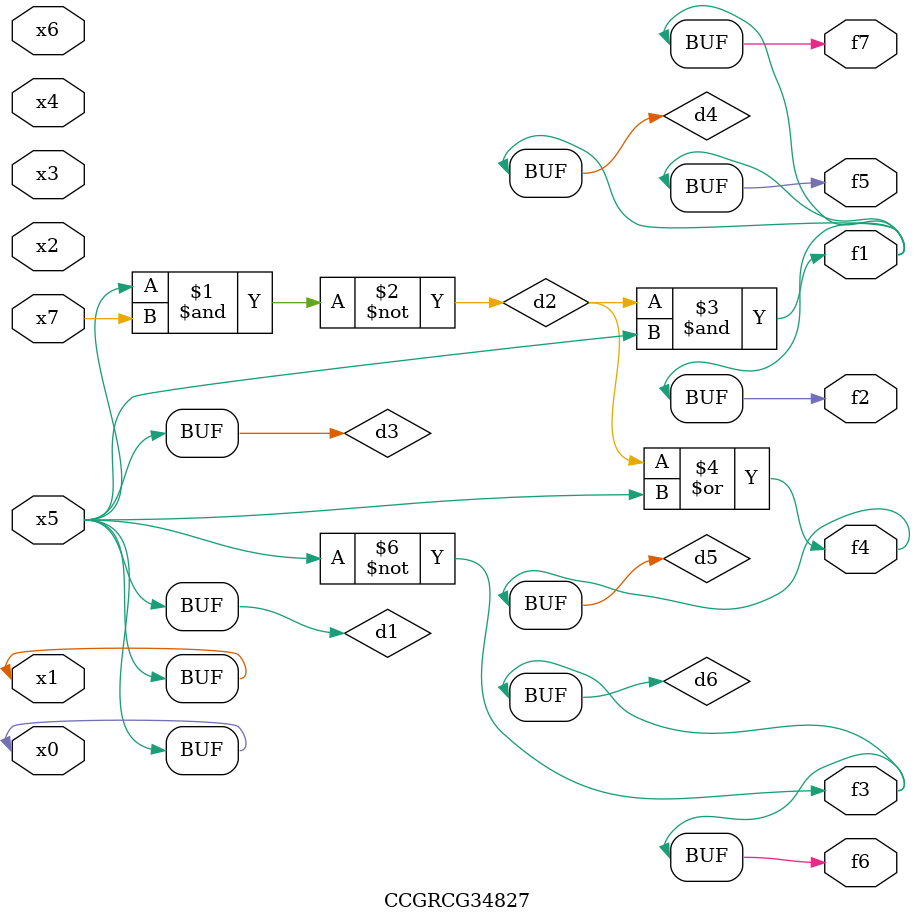
<source format=v>
module CCGRCG34827(
	input x0, x1, x2, x3, x4, x5, x6, x7,
	output f1, f2, f3, f4, f5, f6, f7
);

	wire d1, d2, d3, d4, d5, d6;

	buf (d1, x0, x5);
	nand (d2, x5, x7);
	buf (d3, x0, x1);
	and (d4, d2, d3);
	or (d5, d2, d3);
	nor (d6, d1, d3);
	assign f1 = d4;
	assign f2 = d4;
	assign f3 = d6;
	assign f4 = d5;
	assign f5 = d4;
	assign f6 = d6;
	assign f7 = d4;
endmodule

</source>
